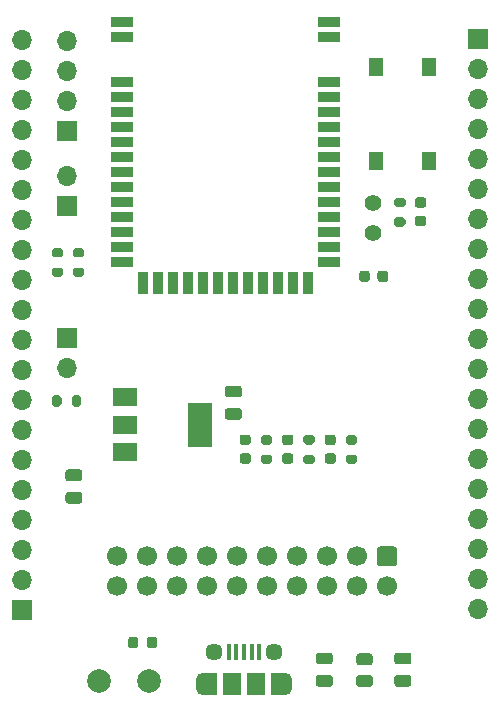
<source format=gbr>
%TF.GenerationSoftware,KiCad,Pcbnew,(5.1.10)-1*%
%TF.CreationDate,2022-01-17T18:11:01+07:00*%
%TF.ProjectId,CC2640R2F Module,43433236-3430-4523-9246-204d6f64756c,rev?*%
%TF.SameCoordinates,Original*%
%TF.FileFunction,Soldermask,Top*%
%TF.FilePolarity,Negative*%
%FSLAX46Y46*%
G04 Gerber Fmt 4.6, Leading zero omitted, Abs format (unit mm)*
G04 Created by KiCad (PCBNEW (5.1.10)-1) date 2022-01-17 18:11:01*
%MOMM*%
%LPD*%
G01*
G04 APERTURE LIST*
%ADD10R,1.200000X1.900000*%
%ADD11O,1.200000X1.900000*%
%ADD12R,1.500000X1.900000*%
%ADD13C,1.450000*%
%ADD14R,0.400000X1.350000*%
%ADD15R,2.000000X1.500000*%
%ADD16R,2.000000X3.800000*%
%ADD17R,1.300000X1.550000*%
%ADD18O,1.700000X1.700000*%
%ADD19R,1.700000X1.700000*%
%ADD20C,2.000000*%
%ADD21R,1.900000X0.900000*%
%ADD22R,0.900000X1.900000*%
%ADD23C,1.400000*%
%ADD24C,1.700000*%
G04 APERTURE END LIST*
D10*
%TO.C,JTAG CONNECTOR*%
X122900000Y-69250000D03*
X128700000Y-69250000D03*
D11*
X129300000Y-69250000D03*
X122300000Y-69250000D03*
D12*
X124800000Y-69250000D03*
D13*
X128300000Y-66550000D03*
D14*
X125800000Y-66550000D03*
X126450000Y-66550000D03*
X127100000Y-66550000D03*
X124500000Y-66550000D03*
X125150000Y-66550000D03*
D13*
X123300000Y-66550000D03*
D12*
X126800000Y-69250000D03*
%TD*%
D15*
%TO.C,U1*%
X115750000Y-45000000D03*
X115750000Y-49600000D03*
X115750000Y-47300000D03*
D16*
X122050000Y-47300000D03*
%TD*%
D17*
%TO.C,SW1*%
X141500000Y-17050000D03*
X137000000Y-17050000D03*
X137000000Y-25000000D03*
X141500000Y-25000000D03*
%TD*%
D18*
%TO.C,SDA SCL*%
X110800000Y-26260000D03*
D19*
X110800000Y-28800000D03*
%TD*%
D18*
%TO.C,3V3 TX RX GND*%
X110800000Y-14780000D03*
X110800000Y-17320000D03*
X110800000Y-19860000D03*
D19*
X110800000Y-22400000D03*
%TD*%
D18*
%TO.C,J2*%
X145600000Y-62880000D03*
X145600000Y-60340000D03*
X145600000Y-57800000D03*
X145600000Y-55260000D03*
X145600000Y-52720000D03*
X145600000Y-50180000D03*
X145600000Y-47640000D03*
X145600000Y-45100000D03*
X145600000Y-42560000D03*
X145600000Y-40020000D03*
X145600000Y-37480000D03*
X145600000Y-34940000D03*
X145600000Y-32400000D03*
X145600000Y-29860000D03*
X145600000Y-27320000D03*
X145600000Y-24780000D03*
X145600000Y-22240000D03*
X145600000Y-19700000D03*
X145600000Y-17160000D03*
D19*
X145600000Y-14620000D03*
%TD*%
D18*
%TO.C,J1*%
X107000000Y-14700000D03*
X107000000Y-17240000D03*
X107000000Y-19780000D03*
X107000000Y-22320000D03*
X107000000Y-24860000D03*
X107000000Y-27400000D03*
X107000000Y-29940000D03*
X107000000Y-32480000D03*
X107000000Y-35020000D03*
X107000000Y-37560000D03*
X107000000Y-40100000D03*
X107000000Y-42640000D03*
X107000000Y-45180000D03*
X107000000Y-47720000D03*
X107000000Y-50260000D03*
X107000000Y-52800000D03*
X107000000Y-55340000D03*
X107000000Y-57880000D03*
X107000000Y-60420000D03*
D19*
X107000000Y-62960000D03*
%TD*%
D20*
%TO.C,TP20*%
X117750000Y-69000000D03*
%TD*%
%TO.C,TP19*%
X113500000Y-69000000D03*
%TD*%
D18*
%TO.C,BOOT*%
X110800000Y-42540000D03*
D19*
X110800000Y-40000000D03*
%TD*%
%TO.C,R34*%
G36*
G01*
X136450001Y-67687500D02*
X135549999Y-67687500D01*
G75*
G02*
X135300000Y-67437501I0J249999D01*
G01*
X135300000Y-66912499D01*
G75*
G02*
X135549999Y-66662500I249999J0D01*
G01*
X136450001Y-66662500D01*
G75*
G02*
X136700000Y-66912499I0J-249999D01*
G01*
X136700000Y-67437501D01*
G75*
G02*
X136450001Y-67687500I-249999J0D01*
G01*
G37*
G36*
G01*
X136450001Y-69512500D02*
X135549999Y-69512500D01*
G75*
G02*
X135300000Y-69262501I0J249999D01*
G01*
X135300000Y-68737499D01*
G75*
G02*
X135549999Y-68487500I249999J0D01*
G01*
X136450001Y-68487500D01*
G75*
G02*
X136700000Y-68737499I0J-249999D01*
G01*
X136700000Y-69262501D01*
G75*
G02*
X136450001Y-69512500I-249999J0D01*
G01*
G37*
%TD*%
%TO.C,R14*%
G36*
G01*
X109725000Y-34000000D02*
X110275000Y-34000000D01*
G75*
G02*
X110475000Y-34200000I0J-200000D01*
G01*
X110475000Y-34600000D01*
G75*
G02*
X110275000Y-34800000I-200000J0D01*
G01*
X109725000Y-34800000D01*
G75*
G02*
X109525000Y-34600000I0J200000D01*
G01*
X109525000Y-34200000D01*
G75*
G02*
X109725000Y-34000000I200000J0D01*
G01*
G37*
G36*
G01*
X109725000Y-32350000D02*
X110275000Y-32350000D01*
G75*
G02*
X110475000Y-32550000I0J-200000D01*
G01*
X110475000Y-32950000D01*
G75*
G02*
X110275000Y-33150000I-200000J0D01*
G01*
X109725000Y-33150000D01*
G75*
G02*
X109525000Y-32950000I0J200000D01*
G01*
X109525000Y-32550000D01*
G75*
G02*
X109725000Y-32350000I200000J0D01*
G01*
G37*
%TD*%
%TO.C,R13*%
G36*
G01*
X111525000Y-34000000D02*
X112075000Y-34000000D01*
G75*
G02*
X112275000Y-34200000I0J-200000D01*
G01*
X112275000Y-34600000D01*
G75*
G02*
X112075000Y-34800000I-200000J0D01*
G01*
X111525000Y-34800000D01*
G75*
G02*
X111325000Y-34600000I0J200000D01*
G01*
X111325000Y-34200000D01*
G75*
G02*
X111525000Y-34000000I200000J0D01*
G01*
G37*
G36*
G01*
X111525000Y-32350000D02*
X112075000Y-32350000D01*
G75*
G02*
X112275000Y-32550000I0J-200000D01*
G01*
X112275000Y-32950000D01*
G75*
G02*
X112075000Y-33150000I-200000J0D01*
G01*
X111525000Y-33150000D01*
G75*
G02*
X111325000Y-32950000I0J200000D01*
G01*
X111325000Y-32550000D01*
G75*
G02*
X111525000Y-32350000I200000J0D01*
G01*
G37*
%TD*%
%TO.C,R11*%
G36*
G01*
X138725000Y-29750000D02*
X139275000Y-29750000D01*
G75*
G02*
X139475000Y-29950000I0J-200000D01*
G01*
X139475000Y-30350000D01*
G75*
G02*
X139275000Y-30550000I-200000J0D01*
G01*
X138725000Y-30550000D01*
G75*
G02*
X138525000Y-30350000I0J200000D01*
G01*
X138525000Y-29950000D01*
G75*
G02*
X138725000Y-29750000I200000J0D01*
G01*
G37*
G36*
G01*
X138725000Y-28100000D02*
X139275000Y-28100000D01*
G75*
G02*
X139475000Y-28300000I0J-200000D01*
G01*
X139475000Y-28700000D01*
G75*
G02*
X139275000Y-28900000I-200000J0D01*
G01*
X138725000Y-28900000D01*
G75*
G02*
X138525000Y-28700000I0J200000D01*
G01*
X138525000Y-28300000D01*
G75*
G02*
X138725000Y-28100000I200000J0D01*
G01*
G37*
%TD*%
%TO.C,R9*%
G36*
G01*
X127975000Y-48995000D02*
X127425000Y-48995000D01*
G75*
G02*
X127225000Y-48795000I0J200000D01*
G01*
X127225000Y-48395000D01*
G75*
G02*
X127425000Y-48195000I200000J0D01*
G01*
X127975000Y-48195000D01*
G75*
G02*
X128175000Y-48395000I0J-200000D01*
G01*
X128175000Y-48795000D01*
G75*
G02*
X127975000Y-48995000I-200000J0D01*
G01*
G37*
G36*
G01*
X127975000Y-50645000D02*
X127425000Y-50645000D01*
G75*
G02*
X127225000Y-50445000I0J200000D01*
G01*
X127225000Y-50045000D01*
G75*
G02*
X127425000Y-49845000I200000J0D01*
G01*
X127975000Y-49845000D01*
G75*
G02*
X128175000Y-50045000I0J-200000D01*
G01*
X128175000Y-50445000D01*
G75*
G02*
X127975000Y-50645000I-200000J0D01*
G01*
G37*
%TD*%
%TO.C,R8*%
G36*
G01*
X131575000Y-48995000D02*
X131025000Y-48995000D01*
G75*
G02*
X130825000Y-48795000I0J200000D01*
G01*
X130825000Y-48395000D01*
G75*
G02*
X131025000Y-48195000I200000J0D01*
G01*
X131575000Y-48195000D01*
G75*
G02*
X131775000Y-48395000I0J-200000D01*
G01*
X131775000Y-48795000D01*
G75*
G02*
X131575000Y-48995000I-200000J0D01*
G01*
G37*
G36*
G01*
X131575000Y-50645000D02*
X131025000Y-50645000D01*
G75*
G02*
X130825000Y-50445000I0J200000D01*
G01*
X130825000Y-50045000D01*
G75*
G02*
X131025000Y-49845000I200000J0D01*
G01*
X131575000Y-49845000D01*
G75*
G02*
X131775000Y-50045000I0J-200000D01*
G01*
X131775000Y-50445000D01*
G75*
G02*
X131575000Y-50645000I-200000J0D01*
G01*
G37*
%TD*%
%TO.C,R7*%
G36*
G01*
X135175000Y-48995000D02*
X134625000Y-48995000D01*
G75*
G02*
X134425000Y-48795000I0J200000D01*
G01*
X134425000Y-48395000D01*
G75*
G02*
X134625000Y-48195000I200000J0D01*
G01*
X135175000Y-48195000D01*
G75*
G02*
X135375000Y-48395000I0J-200000D01*
G01*
X135375000Y-48795000D01*
G75*
G02*
X135175000Y-48995000I-200000J0D01*
G01*
G37*
G36*
G01*
X135175000Y-50645000D02*
X134625000Y-50645000D01*
G75*
G02*
X134425000Y-50445000I0J200000D01*
G01*
X134425000Y-50045000D01*
G75*
G02*
X134625000Y-49845000I200000J0D01*
G01*
X135175000Y-49845000D01*
G75*
G02*
X135375000Y-50045000I0J-200000D01*
G01*
X135375000Y-50445000D01*
G75*
G02*
X135175000Y-50645000I-200000J0D01*
G01*
G37*
%TD*%
%TO.C,R1*%
G36*
G01*
X111200000Y-45575000D02*
X111200000Y-45025000D01*
G75*
G02*
X111400000Y-44825000I200000J0D01*
G01*
X111800000Y-44825000D01*
G75*
G02*
X112000000Y-45025000I0J-200000D01*
G01*
X112000000Y-45575000D01*
G75*
G02*
X111800000Y-45775000I-200000J0D01*
G01*
X111400000Y-45775000D01*
G75*
G02*
X111200000Y-45575000I0J200000D01*
G01*
G37*
G36*
G01*
X109550000Y-45575000D02*
X109550000Y-45025000D01*
G75*
G02*
X109750000Y-44825000I200000J0D01*
G01*
X110150000Y-44825000D01*
G75*
G02*
X110350000Y-45025000I0J-200000D01*
G01*
X110350000Y-45575000D01*
G75*
G02*
X110150000Y-45775000I-200000J0D01*
G01*
X109750000Y-45775000D01*
G75*
G02*
X109550000Y-45575000I0J200000D01*
G01*
G37*
%TD*%
D21*
%TO.C,M1*%
X132980000Y-13240000D03*
X132980000Y-14510000D03*
X132980000Y-18320000D03*
X132980000Y-19590000D03*
X132980000Y-20860000D03*
X132980000Y-22130000D03*
X132980000Y-23400000D03*
X132980000Y-24670000D03*
X132980000Y-25940000D03*
X132980000Y-27210000D03*
X132980000Y-28480000D03*
X132980000Y-29750000D03*
X132980000Y-31020000D03*
X132980000Y-32290000D03*
X115480000Y-13250000D03*
X115480000Y-14520000D03*
X115480000Y-18330000D03*
X115480000Y-19600000D03*
X115480000Y-20870000D03*
X115480000Y-22140000D03*
X115480000Y-23410000D03*
X115480000Y-24680000D03*
X115480000Y-25950000D03*
X115480000Y-27220000D03*
X115480000Y-28490000D03*
X115480000Y-29760000D03*
X115480000Y-31030000D03*
X115480000Y-32300000D03*
X115480000Y-33570000D03*
D22*
X117230000Y-35330000D03*
X118500000Y-35330000D03*
X119770000Y-35330000D03*
X121040000Y-35330000D03*
X122310000Y-35330000D03*
X123580000Y-35330000D03*
X124850000Y-35330000D03*
X126120000Y-35330000D03*
X127390000Y-35330000D03*
X128660000Y-35330000D03*
X129930000Y-35330000D03*
X131200000Y-35330000D03*
D21*
X132980000Y-33560000D03*
%TD*%
%TO.C,L3*%
G36*
G01*
X116862500Y-65493750D02*
X116862500Y-66006250D01*
G75*
G02*
X116643750Y-66225000I-218750J0D01*
G01*
X116206250Y-66225000D01*
G75*
G02*
X115987500Y-66006250I0J218750D01*
G01*
X115987500Y-65493750D01*
G75*
G02*
X116206250Y-65275000I218750J0D01*
G01*
X116643750Y-65275000D01*
G75*
G02*
X116862500Y-65493750I0J-218750D01*
G01*
G37*
G36*
G01*
X118437500Y-65493750D02*
X118437500Y-66006250D01*
G75*
G02*
X118218750Y-66225000I-218750J0D01*
G01*
X117781250Y-66225000D01*
G75*
G02*
X117562500Y-66006250I0J218750D01*
G01*
X117562500Y-65493750D01*
G75*
G02*
X117781250Y-65275000I218750J0D01*
G01*
X118218750Y-65275000D01*
G75*
G02*
X118437500Y-65493750I0J-218750D01*
G01*
G37*
%TD*%
D23*
%TO.C,Reset*%
X136750000Y-31040000D03*
X136750000Y-28500000D03*
%TD*%
D24*
%TO.C,J3*%
X115040000Y-61000000D03*
X117580000Y-61000000D03*
X120120000Y-61000000D03*
X122660000Y-61000000D03*
X125200000Y-61000000D03*
X127740000Y-61000000D03*
X130280000Y-61000000D03*
X132820000Y-61000000D03*
X135360000Y-61000000D03*
X137900000Y-61000000D03*
X115040000Y-58460000D03*
X117580000Y-58460000D03*
X120120000Y-58460000D03*
X122660000Y-58460000D03*
X125200000Y-58460000D03*
X127740000Y-58460000D03*
X130280000Y-58460000D03*
X132820000Y-58460000D03*
X135360000Y-58460000D03*
G36*
G01*
X137300000Y-57610000D02*
X138500000Y-57610000D01*
G75*
G02*
X138750000Y-57860000I0J-250000D01*
G01*
X138750000Y-59060000D01*
G75*
G02*
X138500000Y-59310000I-250000J0D01*
G01*
X137300000Y-59310000D01*
G75*
G02*
X137050000Y-59060000I0J250000D01*
G01*
X137050000Y-57860000D01*
G75*
G02*
X137300000Y-57610000I250000J0D01*
G01*
G37*
%TD*%
%TO.C,D5*%
G36*
G01*
X126156250Y-49030000D02*
X125643750Y-49030000D01*
G75*
G02*
X125425000Y-48811250I0J218750D01*
G01*
X125425000Y-48373750D01*
G75*
G02*
X125643750Y-48155000I218750J0D01*
G01*
X126156250Y-48155000D01*
G75*
G02*
X126375000Y-48373750I0J-218750D01*
G01*
X126375000Y-48811250D01*
G75*
G02*
X126156250Y-49030000I-218750J0D01*
G01*
G37*
G36*
G01*
X126156250Y-50605000D02*
X125643750Y-50605000D01*
G75*
G02*
X125425000Y-50386250I0J218750D01*
G01*
X125425000Y-49948750D01*
G75*
G02*
X125643750Y-49730000I218750J0D01*
G01*
X126156250Y-49730000D01*
G75*
G02*
X126375000Y-49948750I0J-218750D01*
G01*
X126375000Y-50386250D01*
G75*
G02*
X126156250Y-50605000I-218750J0D01*
G01*
G37*
%TD*%
%TO.C,D4*%
G36*
G01*
X129756250Y-49030000D02*
X129243750Y-49030000D01*
G75*
G02*
X129025000Y-48811250I0J218750D01*
G01*
X129025000Y-48373750D01*
G75*
G02*
X129243750Y-48155000I218750J0D01*
G01*
X129756250Y-48155000D01*
G75*
G02*
X129975000Y-48373750I0J-218750D01*
G01*
X129975000Y-48811250D01*
G75*
G02*
X129756250Y-49030000I-218750J0D01*
G01*
G37*
G36*
G01*
X129756250Y-50605000D02*
X129243750Y-50605000D01*
G75*
G02*
X129025000Y-50386250I0J218750D01*
G01*
X129025000Y-49948750D01*
G75*
G02*
X129243750Y-49730000I218750J0D01*
G01*
X129756250Y-49730000D01*
G75*
G02*
X129975000Y-49948750I0J-218750D01*
G01*
X129975000Y-50386250D01*
G75*
G02*
X129756250Y-50605000I-218750J0D01*
G01*
G37*
%TD*%
%TO.C,D3*%
G36*
G01*
X133356250Y-49030000D02*
X132843750Y-49030000D01*
G75*
G02*
X132625000Y-48811250I0J218750D01*
G01*
X132625000Y-48373750D01*
G75*
G02*
X132843750Y-48155000I218750J0D01*
G01*
X133356250Y-48155000D01*
G75*
G02*
X133575000Y-48373750I0J-218750D01*
G01*
X133575000Y-48811250D01*
G75*
G02*
X133356250Y-49030000I-218750J0D01*
G01*
G37*
G36*
G01*
X133356250Y-50605000D02*
X132843750Y-50605000D01*
G75*
G02*
X132625000Y-50386250I0J218750D01*
G01*
X132625000Y-49948750D01*
G75*
G02*
X132843750Y-49730000I218750J0D01*
G01*
X133356250Y-49730000D01*
G75*
G02*
X133575000Y-49948750I0J-218750D01*
G01*
X133575000Y-50386250D01*
G75*
G02*
X133356250Y-50605000I-218750J0D01*
G01*
G37*
%TD*%
%TO.C,C24*%
G36*
G01*
X138775000Y-68500000D02*
X139725000Y-68500000D01*
G75*
G02*
X139975000Y-68750000I0J-250000D01*
G01*
X139975000Y-69250000D01*
G75*
G02*
X139725000Y-69500000I-250000J0D01*
G01*
X138775000Y-69500000D01*
G75*
G02*
X138525000Y-69250000I0J250000D01*
G01*
X138525000Y-68750000D01*
G75*
G02*
X138775000Y-68500000I250000J0D01*
G01*
G37*
G36*
G01*
X138775000Y-66600000D02*
X139725000Y-66600000D01*
G75*
G02*
X139975000Y-66850000I0J-250000D01*
G01*
X139975000Y-67350000D01*
G75*
G02*
X139725000Y-67600000I-250000J0D01*
G01*
X138775000Y-67600000D01*
G75*
G02*
X138525000Y-67350000I0J250000D01*
G01*
X138525000Y-66850000D01*
G75*
G02*
X138775000Y-66600000I250000J0D01*
G01*
G37*
%TD*%
%TO.C,C23*%
G36*
G01*
X132125000Y-68500000D02*
X133075000Y-68500000D01*
G75*
G02*
X133325000Y-68750000I0J-250000D01*
G01*
X133325000Y-69250000D01*
G75*
G02*
X133075000Y-69500000I-250000J0D01*
G01*
X132125000Y-69500000D01*
G75*
G02*
X131875000Y-69250000I0J250000D01*
G01*
X131875000Y-68750000D01*
G75*
G02*
X132125000Y-68500000I250000J0D01*
G01*
G37*
G36*
G01*
X132125000Y-66600000D02*
X133075000Y-66600000D01*
G75*
G02*
X133325000Y-66850000I0J-250000D01*
G01*
X133325000Y-67350000D01*
G75*
G02*
X133075000Y-67600000I-250000J0D01*
G01*
X132125000Y-67600000D01*
G75*
G02*
X131875000Y-67350000I0J250000D01*
G01*
X131875000Y-66850000D01*
G75*
G02*
X132125000Y-66600000I250000J0D01*
G01*
G37*
%TD*%
%TO.C,C9*%
G36*
G01*
X141000000Y-28950000D02*
X140500000Y-28950000D01*
G75*
G02*
X140275000Y-28725000I0J225000D01*
G01*
X140275000Y-28275000D01*
G75*
G02*
X140500000Y-28050000I225000J0D01*
G01*
X141000000Y-28050000D01*
G75*
G02*
X141225000Y-28275000I0J-225000D01*
G01*
X141225000Y-28725000D01*
G75*
G02*
X141000000Y-28950000I-225000J0D01*
G01*
G37*
G36*
G01*
X141000000Y-30500000D02*
X140500000Y-30500000D01*
G75*
G02*
X140275000Y-30275000I0J225000D01*
G01*
X140275000Y-29825000D01*
G75*
G02*
X140500000Y-29600000I225000J0D01*
G01*
X141000000Y-29600000D01*
G75*
G02*
X141225000Y-29825000I0J-225000D01*
G01*
X141225000Y-30275000D01*
G75*
G02*
X141000000Y-30500000I-225000J0D01*
G01*
G37*
%TD*%
%TO.C,C8*%
G36*
G01*
X136450000Y-34500000D02*
X136450000Y-35000000D01*
G75*
G02*
X136225000Y-35225000I-225000J0D01*
G01*
X135775000Y-35225000D01*
G75*
G02*
X135550000Y-35000000I0J225000D01*
G01*
X135550000Y-34500000D01*
G75*
G02*
X135775000Y-34275000I225000J0D01*
G01*
X136225000Y-34275000D01*
G75*
G02*
X136450000Y-34500000I0J-225000D01*
G01*
G37*
G36*
G01*
X138000000Y-34500000D02*
X138000000Y-35000000D01*
G75*
G02*
X137775000Y-35225000I-225000J0D01*
G01*
X137325000Y-35225000D01*
G75*
G02*
X137100000Y-35000000I0J225000D01*
G01*
X137100000Y-34500000D01*
G75*
G02*
X137325000Y-34275000I225000J0D01*
G01*
X137775000Y-34275000D01*
G75*
G02*
X138000000Y-34500000I0J-225000D01*
G01*
G37*
%TD*%
%TO.C,C2*%
G36*
G01*
X125375000Y-45000000D02*
X124425000Y-45000000D01*
G75*
G02*
X124175000Y-44750000I0J250000D01*
G01*
X124175000Y-44250000D01*
G75*
G02*
X124425000Y-44000000I250000J0D01*
G01*
X125375000Y-44000000D01*
G75*
G02*
X125625000Y-44250000I0J-250000D01*
G01*
X125625000Y-44750000D01*
G75*
G02*
X125375000Y-45000000I-250000J0D01*
G01*
G37*
G36*
G01*
X125375000Y-46900000D02*
X124425000Y-46900000D01*
G75*
G02*
X124175000Y-46650000I0J250000D01*
G01*
X124175000Y-46150000D01*
G75*
G02*
X124425000Y-45900000I250000J0D01*
G01*
X125375000Y-45900000D01*
G75*
G02*
X125625000Y-46150000I0J-250000D01*
G01*
X125625000Y-46650000D01*
G75*
G02*
X125375000Y-46900000I-250000J0D01*
G01*
G37*
%TD*%
%TO.C,C1*%
G36*
G01*
X111875000Y-52100000D02*
X110925000Y-52100000D01*
G75*
G02*
X110675000Y-51850000I0J250000D01*
G01*
X110675000Y-51350000D01*
G75*
G02*
X110925000Y-51100000I250000J0D01*
G01*
X111875000Y-51100000D01*
G75*
G02*
X112125000Y-51350000I0J-250000D01*
G01*
X112125000Y-51850000D01*
G75*
G02*
X111875000Y-52100000I-250000J0D01*
G01*
G37*
G36*
G01*
X111875000Y-54000000D02*
X110925000Y-54000000D01*
G75*
G02*
X110675000Y-53750000I0J250000D01*
G01*
X110675000Y-53250000D01*
G75*
G02*
X110925000Y-53000000I250000J0D01*
G01*
X111875000Y-53000000D01*
G75*
G02*
X112125000Y-53250000I0J-250000D01*
G01*
X112125000Y-53750000D01*
G75*
G02*
X111875000Y-54000000I-250000J0D01*
G01*
G37*
%TD*%
M02*

</source>
